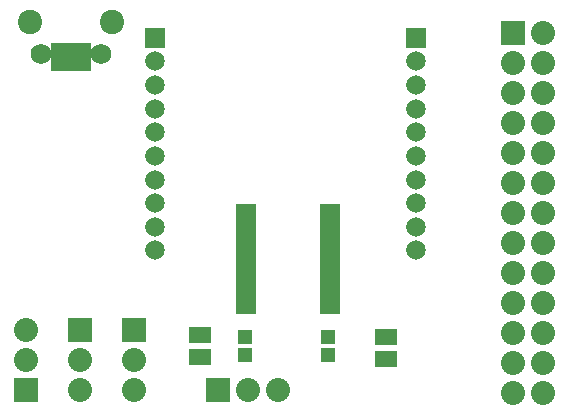
<source format=gts>
G04 (created by PCBNEW (2013-jul-07)-stable) date ma 14. heinäkuuta 2014 13.19.26*
%MOIN*%
G04 Gerber Fmt 3.4, Leading zero omitted, Abs format*
%FSLAX34Y34*%
G01*
G70*
G90*
G04 APERTURE LIST*
%ADD10C,0.00590551*%
%ADD11R,0.07X0.036*%
%ADD12R,0.08X0.08*%
%ADD13C,0.08*%
%ADD14C,0.0653*%
%ADD15R,0.0653X0.0653*%
%ADD16R,0.075X0.055*%
%ADD17R,0.0514X0.0514*%
%ADD18R,0.0357X0.0928*%
%ADD19C,0.0692*%
%ADD20C,0.081*%
G04 APERTURE END LIST*
G54D10*
G54D11*
X29850Y-16850D03*
X29850Y-17100D03*
X29850Y-17360D03*
X29850Y-17620D03*
X29850Y-17870D03*
X29850Y-18130D03*
X29850Y-18390D03*
X29850Y-18640D03*
X29850Y-18900D03*
X29850Y-19150D03*
X29850Y-19410D03*
X29850Y-19670D03*
X29850Y-19920D03*
X29850Y-20180D03*
X32650Y-20180D03*
X32650Y-19920D03*
X32650Y-19680D03*
X32650Y-19410D03*
X32650Y-19150D03*
X32650Y-18900D03*
X32650Y-18640D03*
X32650Y-18390D03*
X32650Y-18130D03*
X32650Y-17870D03*
X32650Y-17620D03*
X32650Y-17360D03*
X32650Y-17100D03*
X32650Y-16850D03*
G54D12*
X22500Y-22900D03*
G54D13*
X22500Y-21900D03*
X22500Y-20900D03*
G54D12*
X26100Y-20900D03*
G54D13*
X26100Y-21900D03*
X26100Y-22900D03*
G54D12*
X24300Y-20900D03*
G54D13*
X24300Y-21900D03*
X24300Y-22900D03*
G54D12*
X38750Y-11000D03*
G54D13*
X39750Y-11000D03*
X38750Y-12000D03*
X39750Y-12000D03*
X38750Y-13000D03*
X39750Y-13000D03*
X38750Y-14000D03*
X39750Y-14000D03*
X38750Y-15000D03*
X39750Y-15000D03*
X38750Y-16000D03*
X39750Y-16000D03*
X38750Y-17000D03*
X39750Y-17000D03*
X38750Y-18000D03*
X39750Y-18000D03*
X38750Y-19000D03*
X39750Y-19000D03*
X38750Y-20000D03*
X39750Y-20000D03*
X38750Y-21000D03*
X39750Y-21000D03*
X38750Y-22000D03*
X39750Y-22000D03*
X38750Y-23000D03*
X39750Y-23000D03*
G54D14*
X26800Y-18243D03*
X26800Y-15094D03*
X26800Y-15881D03*
X26800Y-16669D03*
X26800Y-17456D03*
X26800Y-14306D03*
X26800Y-13519D03*
X26800Y-12731D03*
G54D15*
X26800Y-11157D03*
G54D14*
X26800Y-11944D03*
X35500Y-18243D03*
X35500Y-15094D03*
X35500Y-15881D03*
X35500Y-16669D03*
X35500Y-17456D03*
X35500Y-14306D03*
X35500Y-13519D03*
X35500Y-12731D03*
G54D15*
X35500Y-11157D03*
G54D14*
X35500Y-11944D03*
G54D16*
X34500Y-21125D03*
X34500Y-21875D03*
X28320Y-21055D03*
X28320Y-21805D03*
G54D17*
X32570Y-21135D03*
X32570Y-21725D03*
X29820Y-21135D03*
X29820Y-21725D03*
G54D18*
X24015Y-11810D03*
X23759Y-11810D03*
X23503Y-11810D03*
X24271Y-11810D03*
X24527Y-11810D03*
G54D19*
X23031Y-11692D03*
X24999Y-11692D03*
G54D20*
X22637Y-10629D03*
X25393Y-10629D03*
G54D12*
X28900Y-22900D03*
G54D13*
X29900Y-22900D03*
X30900Y-22900D03*
M02*

</source>
